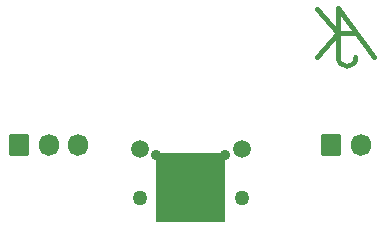
<source format=gbr>
%TF.GenerationSoftware,KiCad,Pcbnew,(6.0.2-0)*%
%TF.CreationDate,2022-03-17T17:17:02+00:00*%
%TF.ProjectId,Epaper154,45706170-6572-4313-9534-2e6b69636164,1*%
%TF.SameCoordinates,Original*%
%TF.FileFunction,Soldermask,Bot*%
%TF.FilePolarity,Negative*%
%FSLAX46Y46*%
G04 Gerber Fmt 4.6, Leading zero omitted, Abs format (unit mm)*
G04 Created by KiCad (PCBNEW (6.0.2-0)) date 2022-03-17 17:17:02*
%MOMM*%
%LPD*%
G01*
G04 APERTURE LIST*
G04 Aperture macros list*
%AMRoundRect*
0 Rectangle with rounded corners*
0 $1 Rounding radius*
0 $2 $3 $4 $5 $6 $7 $8 $9 X,Y pos of 4 corners*
0 Add a 4 corners polygon primitive as box body*
4,1,4,$2,$3,$4,$5,$6,$7,$8,$9,$2,$3,0*
0 Add four circle primitives for the rounded corners*
1,1,$1+$1,$2,$3*
1,1,$1+$1,$4,$5*
1,1,$1+$1,$6,$7*
1,1,$1+$1,$8,$9*
0 Add four rect primitives between the rounded corners*
20,1,$1+$1,$2,$3,$4,$5,0*
20,1,$1+$1,$4,$5,$6,$7,0*
20,1,$1+$1,$6,$7,$8,$9,0*
20,1,$1+$1,$8,$9,$2,$3,0*%
G04 Aperture macros list end*
%ADD10C,0.450000*%
%ADD11RoundRect,0.260000X-0.600000X-0.675000X0.600000X-0.675000X0.600000X0.675000X-0.600000X0.675000X0*%
%ADD12O,1.720000X1.870000*%
%ADD13C,1.520000*%
%ADD14C,0.870000*%
%ADD15C,1.270000*%
G04 APERTURE END LIST*
D10*
%TO.C,Logo1*%
X134750000Y-81775000D02*
X134750000Y-85975000D01*
X134750000Y-83875000D02*
X132950000Y-85975000D01*
X134750000Y-83875000D02*
X136250000Y-83875000D01*
X132950000Y-81875000D02*
X134750000Y-83875000D01*
X134750000Y-81775000D02*
X137750000Y-85975000D01*
X134750000Y-85975000D02*
G75*
G03*
X136250000Y-85975000I750000J0D01*
G01*
%TO.C,U4*%
G36*
X125150000Y-99900000D02*
G01*
X119350000Y-99900000D01*
X119350000Y-94100000D01*
X125150000Y-94100000D01*
X125150000Y-99900000D01*
G37*
%TD*%
D11*
%TO.C,J3*%
X107750000Y-93400000D03*
D12*
X110250000Y-93400000D03*
X112750000Y-93400000D03*
%TD*%
D13*
%TO.C,J1*%
X117930000Y-93720000D03*
D14*
X125140000Y-94210000D03*
D15*
X126570000Y-97890000D03*
X117930000Y-97890000D03*
D13*
X126570000Y-93720000D03*
D14*
X119360000Y-94210000D03*
%TD*%
D11*
%TO.C,J2*%
X134150000Y-93400000D03*
D12*
X136650000Y-93400000D03*
%TD*%
M02*

</source>
